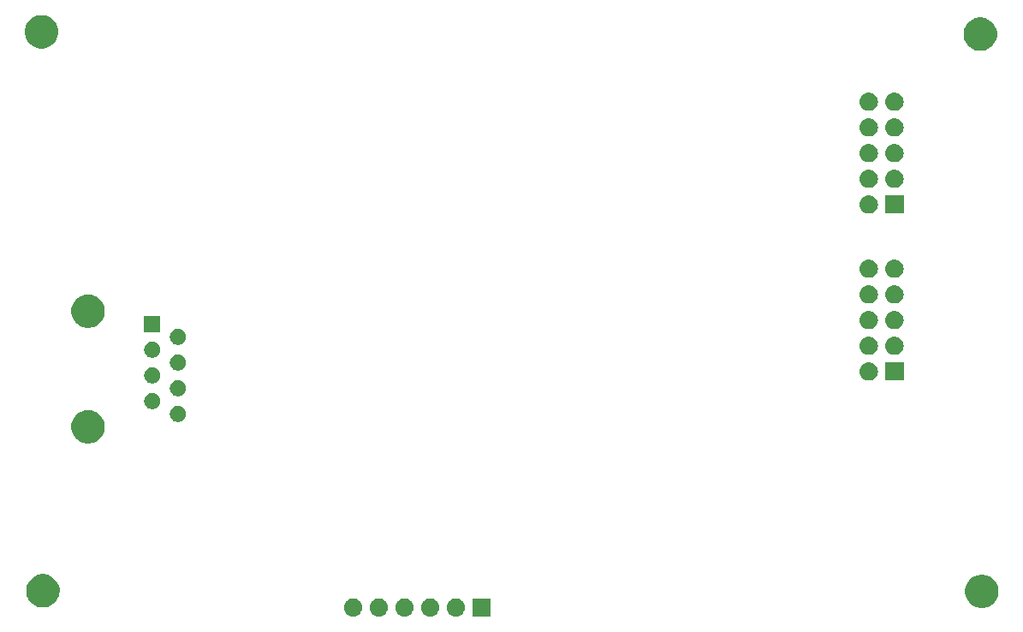
<source format=gbr>
G04 #@! TF.GenerationSoftware,KiCad,Pcbnew,5.0.2-bee76a0~70~ubuntu16.04.1*
G04 #@! TF.CreationDate,2020-03-15T16:03:58-07:00*
G04 #@! TF.ProjectId,pic18f_DB_Ethernet,70696331-3866-45f4-9442-5f4574686572,rev?*
G04 #@! TF.SameCoordinates,Original*
G04 #@! TF.FileFunction,Soldermask,Bot*
G04 #@! TF.FilePolarity,Negative*
%FSLAX46Y46*%
G04 Gerber Fmt 4.6, Leading zero omitted, Abs format (unit mm)*
G04 Created by KiCad (PCBNEW 5.0.2-bee76a0~70~ubuntu16.04.1) date Sun 15 Mar 2020 16:03:58 PDT*
%MOMM*%
%LPD*%
G01*
G04 APERTURE LIST*
%ADD10C,0.100000*%
G04 APERTURE END LIST*
D10*
G36*
X144534842Y-144444318D02*
X144601027Y-144450837D01*
X144714253Y-144485184D01*
X144770867Y-144502357D01*
X144909487Y-144576452D01*
X144927391Y-144586022D01*
X144963129Y-144615352D01*
X145064586Y-144698614D01*
X145119603Y-144765654D01*
X145177178Y-144835809D01*
X145177179Y-144835811D01*
X145260843Y-144992333D01*
X145277248Y-145046413D01*
X145312363Y-145162173D01*
X145329759Y-145338800D01*
X145312363Y-145515427D01*
X145278016Y-145628653D01*
X145260843Y-145685267D01*
X145186748Y-145823887D01*
X145177178Y-145841791D01*
X145147848Y-145877529D01*
X145064586Y-145978986D01*
X144963129Y-146062248D01*
X144927391Y-146091578D01*
X144927389Y-146091579D01*
X144770867Y-146175243D01*
X144714253Y-146192416D01*
X144601027Y-146226763D01*
X144534843Y-146233281D01*
X144468660Y-146239800D01*
X144380140Y-146239800D01*
X144313957Y-146233281D01*
X144247773Y-146226763D01*
X144134547Y-146192416D01*
X144077933Y-146175243D01*
X143921411Y-146091579D01*
X143921409Y-146091578D01*
X143885671Y-146062248D01*
X143784214Y-145978986D01*
X143700952Y-145877529D01*
X143671622Y-145841791D01*
X143662052Y-145823887D01*
X143587957Y-145685267D01*
X143570784Y-145628653D01*
X143536437Y-145515427D01*
X143519041Y-145338800D01*
X143536437Y-145162173D01*
X143571552Y-145046413D01*
X143587957Y-144992333D01*
X143671621Y-144835811D01*
X143671622Y-144835809D01*
X143729197Y-144765654D01*
X143784214Y-144698614D01*
X143885671Y-144615352D01*
X143921409Y-144586022D01*
X143939313Y-144576452D01*
X144077933Y-144502357D01*
X144134547Y-144485184D01*
X144247773Y-144450837D01*
X144313958Y-144444318D01*
X144380140Y-144437800D01*
X144468660Y-144437800D01*
X144534842Y-144444318D01*
X144534842Y-144444318D01*
G37*
G36*
X147865400Y-146239800D02*
X146063400Y-146239800D01*
X146063400Y-144437800D01*
X147865400Y-144437800D01*
X147865400Y-146239800D01*
X147865400Y-146239800D01*
G37*
G36*
X134374842Y-144444318D02*
X134441027Y-144450837D01*
X134554253Y-144485184D01*
X134610867Y-144502357D01*
X134749487Y-144576452D01*
X134767391Y-144586022D01*
X134803129Y-144615352D01*
X134904586Y-144698614D01*
X134959603Y-144765654D01*
X135017178Y-144835809D01*
X135017179Y-144835811D01*
X135100843Y-144992333D01*
X135117248Y-145046413D01*
X135152363Y-145162173D01*
X135169759Y-145338800D01*
X135152363Y-145515427D01*
X135118016Y-145628653D01*
X135100843Y-145685267D01*
X135026748Y-145823887D01*
X135017178Y-145841791D01*
X134987848Y-145877529D01*
X134904586Y-145978986D01*
X134803129Y-146062248D01*
X134767391Y-146091578D01*
X134767389Y-146091579D01*
X134610867Y-146175243D01*
X134554253Y-146192416D01*
X134441027Y-146226763D01*
X134374843Y-146233281D01*
X134308660Y-146239800D01*
X134220140Y-146239800D01*
X134153957Y-146233281D01*
X134087773Y-146226763D01*
X133974547Y-146192416D01*
X133917933Y-146175243D01*
X133761411Y-146091579D01*
X133761409Y-146091578D01*
X133725671Y-146062248D01*
X133624214Y-145978986D01*
X133540952Y-145877529D01*
X133511622Y-145841791D01*
X133502052Y-145823887D01*
X133427957Y-145685267D01*
X133410784Y-145628653D01*
X133376437Y-145515427D01*
X133359041Y-145338800D01*
X133376437Y-145162173D01*
X133411552Y-145046413D01*
X133427957Y-144992333D01*
X133511621Y-144835811D01*
X133511622Y-144835809D01*
X133569197Y-144765654D01*
X133624214Y-144698614D01*
X133725671Y-144615352D01*
X133761409Y-144586022D01*
X133779313Y-144576452D01*
X133917933Y-144502357D01*
X133974547Y-144485184D01*
X134087773Y-144450837D01*
X134153958Y-144444318D01*
X134220140Y-144437800D01*
X134308660Y-144437800D01*
X134374842Y-144444318D01*
X134374842Y-144444318D01*
G37*
G36*
X136914842Y-144444318D02*
X136981027Y-144450837D01*
X137094253Y-144485184D01*
X137150867Y-144502357D01*
X137289487Y-144576452D01*
X137307391Y-144586022D01*
X137343129Y-144615352D01*
X137444586Y-144698614D01*
X137499603Y-144765654D01*
X137557178Y-144835809D01*
X137557179Y-144835811D01*
X137640843Y-144992333D01*
X137657248Y-145046413D01*
X137692363Y-145162173D01*
X137709759Y-145338800D01*
X137692363Y-145515427D01*
X137658016Y-145628653D01*
X137640843Y-145685267D01*
X137566748Y-145823887D01*
X137557178Y-145841791D01*
X137527848Y-145877529D01*
X137444586Y-145978986D01*
X137343129Y-146062248D01*
X137307391Y-146091578D01*
X137307389Y-146091579D01*
X137150867Y-146175243D01*
X137094253Y-146192416D01*
X136981027Y-146226763D01*
X136914843Y-146233281D01*
X136848660Y-146239800D01*
X136760140Y-146239800D01*
X136693957Y-146233281D01*
X136627773Y-146226763D01*
X136514547Y-146192416D01*
X136457933Y-146175243D01*
X136301411Y-146091579D01*
X136301409Y-146091578D01*
X136265671Y-146062248D01*
X136164214Y-145978986D01*
X136080952Y-145877529D01*
X136051622Y-145841791D01*
X136042052Y-145823887D01*
X135967957Y-145685267D01*
X135950784Y-145628653D01*
X135916437Y-145515427D01*
X135899041Y-145338800D01*
X135916437Y-145162173D01*
X135951552Y-145046413D01*
X135967957Y-144992333D01*
X136051621Y-144835811D01*
X136051622Y-144835809D01*
X136109197Y-144765654D01*
X136164214Y-144698614D01*
X136265671Y-144615352D01*
X136301409Y-144586022D01*
X136319313Y-144576452D01*
X136457933Y-144502357D01*
X136514547Y-144485184D01*
X136627773Y-144450837D01*
X136693958Y-144444318D01*
X136760140Y-144437800D01*
X136848660Y-144437800D01*
X136914842Y-144444318D01*
X136914842Y-144444318D01*
G37*
G36*
X141994842Y-144444318D02*
X142061027Y-144450837D01*
X142174253Y-144485184D01*
X142230867Y-144502357D01*
X142369487Y-144576452D01*
X142387391Y-144586022D01*
X142423129Y-144615352D01*
X142524586Y-144698614D01*
X142579603Y-144765654D01*
X142637178Y-144835809D01*
X142637179Y-144835811D01*
X142720843Y-144992333D01*
X142737248Y-145046413D01*
X142772363Y-145162173D01*
X142789759Y-145338800D01*
X142772363Y-145515427D01*
X142738016Y-145628653D01*
X142720843Y-145685267D01*
X142646748Y-145823887D01*
X142637178Y-145841791D01*
X142607848Y-145877529D01*
X142524586Y-145978986D01*
X142423129Y-146062248D01*
X142387391Y-146091578D01*
X142387389Y-146091579D01*
X142230867Y-146175243D01*
X142174253Y-146192416D01*
X142061027Y-146226763D01*
X141994843Y-146233281D01*
X141928660Y-146239800D01*
X141840140Y-146239800D01*
X141773957Y-146233281D01*
X141707773Y-146226763D01*
X141594547Y-146192416D01*
X141537933Y-146175243D01*
X141381411Y-146091579D01*
X141381409Y-146091578D01*
X141345671Y-146062248D01*
X141244214Y-145978986D01*
X141160952Y-145877529D01*
X141131622Y-145841791D01*
X141122052Y-145823887D01*
X141047957Y-145685267D01*
X141030784Y-145628653D01*
X140996437Y-145515427D01*
X140979041Y-145338800D01*
X140996437Y-145162173D01*
X141031552Y-145046413D01*
X141047957Y-144992333D01*
X141131621Y-144835811D01*
X141131622Y-144835809D01*
X141189197Y-144765654D01*
X141244214Y-144698614D01*
X141345671Y-144615352D01*
X141381409Y-144586022D01*
X141399313Y-144576452D01*
X141537933Y-144502357D01*
X141594547Y-144485184D01*
X141707773Y-144450837D01*
X141773958Y-144444318D01*
X141840140Y-144437800D01*
X141928660Y-144437800D01*
X141994842Y-144444318D01*
X141994842Y-144444318D01*
G37*
G36*
X139454842Y-144444318D02*
X139521027Y-144450837D01*
X139634253Y-144485184D01*
X139690867Y-144502357D01*
X139829487Y-144576452D01*
X139847391Y-144586022D01*
X139883129Y-144615352D01*
X139984586Y-144698614D01*
X140039603Y-144765654D01*
X140097178Y-144835809D01*
X140097179Y-144835811D01*
X140180843Y-144992333D01*
X140197248Y-145046413D01*
X140232363Y-145162173D01*
X140249759Y-145338800D01*
X140232363Y-145515427D01*
X140198016Y-145628653D01*
X140180843Y-145685267D01*
X140106748Y-145823887D01*
X140097178Y-145841791D01*
X140067848Y-145877529D01*
X139984586Y-145978986D01*
X139883129Y-146062248D01*
X139847391Y-146091578D01*
X139847389Y-146091579D01*
X139690867Y-146175243D01*
X139634253Y-146192416D01*
X139521027Y-146226763D01*
X139454843Y-146233281D01*
X139388660Y-146239800D01*
X139300140Y-146239800D01*
X139233957Y-146233281D01*
X139167773Y-146226763D01*
X139054547Y-146192416D01*
X138997933Y-146175243D01*
X138841411Y-146091579D01*
X138841409Y-146091578D01*
X138805671Y-146062248D01*
X138704214Y-145978986D01*
X138620952Y-145877529D01*
X138591622Y-145841791D01*
X138582052Y-145823887D01*
X138507957Y-145685267D01*
X138490784Y-145628653D01*
X138456437Y-145515427D01*
X138439041Y-145338800D01*
X138456437Y-145162173D01*
X138491552Y-145046413D01*
X138507957Y-144992333D01*
X138591621Y-144835811D01*
X138591622Y-144835809D01*
X138649197Y-144765654D01*
X138704214Y-144698614D01*
X138805671Y-144615352D01*
X138841409Y-144586022D01*
X138859313Y-144576452D01*
X138997933Y-144502357D01*
X139054547Y-144485184D01*
X139167773Y-144450837D01*
X139233958Y-144444318D01*
X139300140Y-144437800D01*
X139388660Y-144437800D01*
X139454842Y-144444318D01*
X139454842Y-144444318D01*
G37*
G36*
X196818856Y-142155298D02*
X196925179Y-142176447D01*
X197225642Y-142300903D01*
X197492452Y-142479180D01*
X197496054Y-142481587D01*
X197726013Y-142711546D01*
X197726015Y-142711549D01*
X197872755Y-142931160D01*
X197906698Y-142981960D01*
X198031153Y-143282422D01*
X198094600Y-143601389D01*
X198094600Y-143926611D01*
X198031153Y-144245578D01*
X197906698Y-144546040D01*
X197726013Y-144816454D01*
X197496054Y-145046413D01*
X197496051Y-145046415D01*
X197225642Y-145227097D01*
X196925179Y-145351553D01*
X196861598Y-145364200D01*
X196606211Y-145415000D01*
X196280989Y-145415000D01*
X196025602Y-145364200D01*
X195962021Y-145351553D01*
X195661558Y-145227097D01*
X195391149Y-145046415D01*
X195391146Y-145046413D01*
X195161187Y-144816454D01*
X194980502Y-144546040D01*
X194856047Y-144245578D01*
X194792600Y-143926611D01*
X194792600Y-143601389D01*
X194856047Y-143282422D01*
X194980502Y-142981960D01*
X195014446Y-142931160D01*
X195161185Y-142711549D01*
X195161187Y-142711546D01*
X195391146Y-142481587D01*
X195394748Y-142479180D01*
X195661558Y-142300903D01*
X195962021Y-142176447D01*
X196068344Y-142155298D01*
X196280989Y-142113000D01*
X196606211Y-142113000D01*
X196818856Y-142155298D01*
X196818856Y-142155298D01*
G37*
G36*
X103956456Y-142104498D02*
X104062779Y-142125647D01*
X104363242Y-142250103D01*
X104439268Y-142300902D01*
X104633654Y-142430787D01*
X104863613Y-142660746D01*
X105044298Y-142931160D01*
X105168753Y-143231622D01*
X105232200Y-143550589D01*
X105232200Y-143875811D01*
X105222095Y-143926611D01*
X105168753Y-144194779D01*
X105044297Y-144495242D01*
X104908408Y-144698614D01*
X104863613Y-144765654D01*
X104633654Y-144995613D01*
X104633651Y-144995615D01*
X104363242Y-145176297D01*
X104062779Y-145300753D01*
X103956456Y-145321902D01*
X103743811Y-145364200D01*
X103418589Y-145364200D01*
X103205944Y-145321902D01*
X103099621Y-145300753D01*
X102799158Y-145176297D01*
X102528749Y-144995615D01*
X102528746Y-144995613D01*
X102298787Y-144765654D01*
X102253992Y-144698614D01*
X102118103Y-144495242D01*
X101993647Y-144194779D01*
X101940305Y-143926611D01*
X101930200Y-143875811D01*
X101930200Y-143550589D01*
X101993647Y-143231622D01*
X102118102Y-142931160D01*
X102298787Y-142660746D01*
X102528746Y-142430787D01*
X102723132Y-142300902D01*
X102799158Y-142250103D01*
X103099621Y-142125647D01*
X103205944Y-142104498D01*
X103418589Y-142062200D01*
X103743811Y-142062200D01*
X103956456Y-142104498D01*
X103956456Y-142104498D01*
G37*
G36*
X108426856Y-125873898D02*
X108533179Y-125895047D01*
X108833642Y-126019503D01*
X109004560Y-126133707D01*
X109104054Y-126200187D01*
X109334013Y-126430146D01*
X109334015Y-126430149D01*
X109442171Y-126592015D01*
X109514698Y-126700560D01*
X109639153Y-127001022D01*
X109702600Y-127319989D01*
X109702600Y-127645211D01*
X109639153Y-127964178D01*
X109514698Y-128264640D01*
X109334013Y-128535054D01*
X109104054Y-128765013D01*
X109104051Y-128765015D01*
X108833642Y-128945697D01*
X108533179Y-129070153D01*
X108426856Y-129091302D01*
X108214211Y-129133600D01*
X107888989Y-129133600D01*
X107676344Y-129091302D01*
X107570021Y-129070153D01*
X107269558Y-128945697D01*
X106999149Y-128765015D01*
X106999146Y-128765013D01*
X106769187Y-128535054D01*
X106588502Y-128264640D01*
X106464047Y-127964178D01*
X106400600Y-127645211D01*
X106400600Y-127319989D01*
X106464047Y-127001022D01*
X106588502Y-126700560D01*
X106661030Y-126592015D01*
X106769185Y-126430149D01*
X106769187Y-126430146D01*
X106999146Y-126200187D01*
X107098640Y-126133707D01*
X107269558Y-126019503D01*
X107570021Y-125895047D01*
X107676344Y-125873898D01*
X107888989Y-125831600D01*
X108214211Y-125831600D01*
X108426856Y-125873898D01*
X108426856Y-125873898D01*
G37*
G36*
X117175243Y-125442381D02*
X117321015Y-125502762D01*
X117452211Y-125590424D01*
X117563776Y-125701989D01*
X117651438Y-125833185D01*
X117711819Y-125978957D01*
X117742600Y-126133707D01*
X117742600Y-126291493D01*
X117711819Y-126446243D01*
X117651438Y-126592015D01*
X117563776Y-126723211D01*
X117452211Y-126834776D01*
X117321015Y-126922438D01*
X117175243Y-126982819D01*
X117020493Y-127013600D01*
X116862707Y-127013600D01*
X116707957Y-126982819D01*
X116562185Y-126922438D01*
X116430989Y-126834776D01*
X116319424Y-126723211D01*
X116231762Y-126592015D01*
X116171381Y-126446243D01*
X116140600Y-126291493D01*
X116140600Y-126133707D01*
X116171381Y-125978957D01*
X116231762Y-125833185D01*
X116319424Y-125701989D01*
X116430989Y-125590424D01*
X116562185Y-125502762D01*
X116707957Y-125442381D01*
X116862707Y-125411600D01*
X117020493Y-125411600D01*
X117175243Y-125442381D01*
X117175243Y-125442381D01*
G37*
G36*
X114635243Y-124172381D02*
X114781015Y-124232762D01*
X114912211Y-124320424D01*
X115023776Y-124431989D01*
X115111438Y-124563185D01*
X115171819Y-124708957D01*
X115202600Y-124863707D01*
X115202600Y-125021493D01*
X115171819Y-125176243D01*
X115111438Y-125322015D01*
X115023776Y-125453211D01*
X114912211Y-125564776D01*
X114781015Y-125652438D01*
X114635243Y-125712819D01*
X114480493Y-125743600D01*
X114322707Y-125743600D01*
X114167957Y-125712819D01*
X114022185Y-125652438D01*
X113890989Y-125564776D01*
X113779424Y-125453211D01*
X113691762Y-125322015D01*
X113631381Y-125176243D01*
X113600600Y-125021493D01*
X113600600Y-124863707D01*
X113631381Y-124708957D01*
X113691762Y-124563185D01*
X113779424Y-124431989D01*
X113890989Y-124320424D01*
X114022185Y-124232762D01*
X114167957Y-124172381D01*
X114322707Y-124141600D01*
X114480493Y-124141600D01*
X114635243Y-124172381D01*
X114635243Y-124172381D01*
G37*
G36*
X117175243Y-122902381D02*
X117321015Y-122962762D01*
X117452211Y-123050424D01*
X117563776Y-123161989D01*
X117651438Y-123293185D01*
X117711819Y-123438957D01*
X117742600Y-123593707D01*
X117742600Y-123751493D01*
X117711819Y-123906243D01*
X117651438Y-124052015D01*
X117563776Y-124183211D01*
X117452211Y-124294776D01*
X117321015Y-124382438D01*
X117175243Y-124442819D01*
X117020493Y-124473600D01*
X116862707Y-124473600D01*
X116707957Y-124442819D01*
X116562185Y-124382438D01*
X116430989Y-124294776D01*
X116319424Y-124183211D01*
X116231762Y-124052015D01*
X116171381Y-123906243D01*
X116140600Y-123751493D01*
X116140600Y-123593707D01*
X116171381Y-123438957D01*
X116231762Y-123293185D01*
X116319424Y-123161989D01*
X116430989Y-123050424D01*
X116562185Y-122962762D01*
X116707957Y-122902381D01*
X116862707Y-122871600D01*
X117020493Y-122871600D01*
X117175243Y-122902381D01*
X117175243Y-122902381D01*
G37*
G36*
X114635243Y-121632381D02*
X114781015Y-121692762D01*
X114912211Y-121780424D01*
X115023776Y-121891989D01*
X115111438Y-122023185D01*
X115171819Y-122168957D01*
X115202600Y-122323707D01*
X115202600Y-122481493D01*
X115171819Y-122636243D01*
X115111438Y-122782015D01*
X115023776Y-122913211D01*
X114912211Y-123024776D01*
X114781015Y-123112438D01*
X114635243Y-123172819D01*
X114480493Y-123203600D01*
X114322707Y-123203600D01*
X114167957Y-123172819D01*
X114022185Y-123112438D01*
X113890989Y-123024776D01*
X113779424Y-122913211D01*
X113691762Y-122782015D01*
X113631381Y-122636243D01*
X113600600Y-122481493D01*
X113600600Y-122323707D01*
X113631381Y-122168957D01*
X113691762Y-122023185D01*
X113779424Y-121891989D01*
X113890989Y-121780424D01*
X114022185Y-121692762D01*
X114167957Y-121632381D01*
X114322707Y-121601600D01*
X114480493Y-121601600D01*
X114635243Y-121632381D01*
X114635243Y-121632381D01*
G37*
G36*
X188708600Y-122922600D02*
X186906600Y-122922600D01*
X186906600Y-121120600D01*
X188708600Y-121120600D01*
X188708600Y-122922600D01*
X188708600Y-122922600D01*
G37*
G36*
X185378043Y-121127119D02*
X185444227Y-121133637D01*
X185557453Y-121167984D01*
X185614067Y-121185157D01*
X185663337Y-121211493D01*
X185770591Y-121268822D01*
X185806329Y-121298152D01*
X185907786Y-121381414D01*
X185991048Y-121482871D01*
X186020378Y-121518609D01*
X186020379Y-121518611D01*
X186104043Y-121675133D01*
X186109391Y-121692763D01*
X186155563Y-121844973D01*
X186172959Y-122021600D01*
X186155563Y-122198227D01*
X186121216Y-122311453D01*
X186104043Y-122368067D01*
X186043415Y-122481492D01*
X186020378Y-122524591D01*
X185991048Y-122560329D01*
X185907786Y-122661786D01*
X185806329Y-122745048D01*
X185770591Y-122774378D01*
X185770589Y-122774379D01*
X185614067Y-122858043D01*
X185557453Y-122875216D01*
X185444227Y-122909563D01*
X185378043Y-122916081D01*
X185311860Y-122922600D01*
X185223340Y-122922600D01*
X185157157Y-122916081D01*
X185090973Y-122909563D01*
X184977747Y-122875216D01*
X184921133Y-122858043D01*
X184764611Y-122774379D01*
X184764609Y-122774378D01*
X184728871Y-122745048D01*
X184627414Y-122661786D01*
X184544152Y-122560329D01*
X184514822Y-122524591D01*
X184491785Y-122481492D01*
X184431157Y-122368067D01*
X184413984Y-122311453D01*
X184379637Y-122198227D01*
X184362241Y-122021600D01*
X184379637Y-121844973D01*
X184425809Y-121692763D01*
X184431157Y-121675133D01*
X184514821Y-121518611D01*
X184514822Y-121518609D01*
X184544152Y-121482871D01*
X184627414Y-121381414D01*
X184728871Y-121298152D01*
X184764609Y-121268822D01*
X184871863Y-121211493D01*
X184921133Y-121185157D01*
X184977747Y-121167984D01*
X185090973Y-121133637D01*
X185157157Y-121127119D01*
X185223340Y-121120600D01*
X185311860Y-121120600D01*
X185378043Y-121127119D01*
X185378043Y-121127119D01*
G37*
G36*
X117175243Y-120362381D02*
X117321015Y-120422762D01*
X117452211Y-120510424D01*
X117563776Y-120621989D01*
X117651438Y-120753185D01*
X117711819Y-120898957D01*
X117742600Y-121053707D01*
X117742600Y-121211493D01*
X117711819Y-121366243D01*
X117651438Y-121512015D01*
X117563776Y-121643211D01*
X117452211Y-121754776D01*
X117321015Y-121842438D01*
X117175243Y-121902819D01*
X117020493Y-121933600D01*
X116862707Y-121933600D01*
X116707957Y-121902819D01*
X116562185Y-121842438D01*
X116430989Y-121754776D01*
X116319424Y-121643211D01*
X116231762Y-121512015D01*
X116171381Y-121366243D01*
X116140600Y-121211493D01*
X116140600Y-121053707D01*
X116171381Y-120898957D01*
X116231762Y-120753185D01*
X116319424Y-120621989D01*
X116430989Y-120510424D01*
X116562185Y-120422762D01*
X116707957Y-120362381D01*
X116862707Y-120331600D01*
X117020493Y-120331600D01*
X117175243Y-120362381D01*
X117175243Y-120362381D01*
G37*
G36*
X114635243Y-119092381D02*
X114781015Y-119152762D01*
X114912211Y-119240424D01*
X115023776Y-119351989D01*
X115111438Y-119483185D01*
X115171819Y-119628957D01*
X115202600Y-119783707D01*
X115202600Y-119941493D01*
X115171819Y-120096243D01*
X115111438Y-120242015D01*
X115023776Y-120373211D01*
X114912211Y-120484776D01*
X114781015Y-120572438D01*
X114635243Y-120632819D01*
X114480493Y-120663600D01*
X114322707Y-120663600D01*
X114167957Y-120632819D01*
X114022185Y-120572438D01*
X113890989Y-120484776D01*
X113779424Y-120373211D01*
X113691762Y-120242015D01*
X113631381Y-120096243D01*
X113600600Y-119941493D01*
X113600600Y-119783707D01*
X113631381Y-119628957D01*
X113691762Y-119483185D01*
X113779424Y-119351989D01*
X113890989Y-119240424D01*
X114022185Y-119152762D01*
X114167957Y-119092381D01*
X114322707Y-119061600D01*
X114480493Y-119061600D01*
X114635243Y-119092381D01*
X114635243Y-119092381D01*
G37*
G36*
X185378042Y-118587118D02*
X185444227Y-118593637D01*
X185557453Y-118627984D01*
X185614067Y-118645157D01*
X185663337Y-118671493D01*
X185770591Y-118728822D01*
X185806329Y-118758152D01*
X185907786Y-118841414D01*
X185991048Y-118942871D01*
X186020378Y-118978609D01*
X186020379Y-118978611D01*
X186104043Y-119135133D01*
X186109391Y-119152763D01*
X186155563Y-119304973D01*
X186172959Y-119481600D01*
X186155563Y-119658227D01*
X186121216Y-119771453D01*
X186104043Y-119828067D01*
X186043415Y-119941492D01*
X186020378Y-119984591D01*
X185991048Y-120020329D01*
X185907786Y-120121786D01*
X185806329Y-120205048D01*
X185770591Y-120234378D01*
X185770589Y-120234379D01*
X185614067Y-120318043D01*
X185557453Y-120335216D01*
X185444227Y-120369563D01*
X185378043Y-120376081D01*
X185311860Y-120382600D01*
X185223340Y-120382600D01*
X185157157Y-120376081D01*
X185090973Y-120369563D01*
X184977747Y-120335216D01*
X184921133Y-120318043D01*
X184764611Y-120234379D01*
X184764609Y-120234378D01*
X184728871Y-120205048D01*
X184627414Y-120121786D01*
X184544152Y-120020329D01*
X184514822Y-119984591D01*
X184491785Y-119941492D01*
X184431157Y-119828067D01*
X184413984Y-119771453D01*
X184379637Y-119658227D01*
X184362241Y-119481600D01*
X184379637Y-119304973D01*
X184425809Y-119152763D01*
X184431157Y-119135133D01*
X184514821Y-118978611D01*
X184514822Y-118978609D01*
X184544152Y-118942871D01*
X184627414Y-118841414D01*
X184728871Y-118758152D01*
X184764609Y-118728822D01*
X184871863Y-118671493D01*
X184921133Y-118645157D01*
X184977747Y-118627984D01*
X185090973Y-118593637D01*
X185157158Y-118587118D01*
X185223340Y-118580600D01*
X185311860Y-118580600D01*
X185378042Y-118587118D01*
X185378042Y-118587118D01*
G37*
G36*
X187918042Y-118587118D02*
X187984227Y-118593637D01*
X188097453Y-118627984D01*
X188154067Y-118645157D01*
X188203337Y-118671493D01*
X188310591Y-118728822D01*
X188346329Y-118758152D01*
X188447786Y-118841414D01*
X188531048Y-118942871D01*
X188560378Y-118978609D01*
X188560379Y-118978611D01*
X188644043Y-119135133D01*
X188649391Y-119152763D01*
X188695563Y-119304973D01*
X188712959Y-119481600D01*
X188695563Y-119658227D01*
X188661216Y-119771453D01*
X188644043Y-119828067D01*
X188583415Y-119941492D01*
X188560378Y-119984591D01*
X188531048Y-120020329D01*
X188447786Y-120121786D01*
X188346329Y-120205048D01*
X188310591Y-120234378D01*
X188310589Y-120234379D01*
X188154067Y-120318043D01*
X188097453Y-120335216D01*
X187984227Y-120369563D01*
X187918043Y-120376081D01*
X187851860Y-120382600D01*
X187763340Y-120382600D01*
X187697157Y-120376081D01*
X187630973Y-120369563D01*
X187517747Y-120335216D01*
X187461133Y-120318043D01*
X187304611Y-120234379D01*
X187304609Y-120234378D01*
X187268871Y-120205048D01*
X187167414Y-120121786D01*
X187084152Y-120020329D01*
X187054822Y-119984591D01*
X187031785Y-119941492D01*
X186971157Y-119828067D01*
X186953984Y-119771453D01*
X186919637Y-119658227D01*
X186902241Y-119481600D01*
X186919637Y-119304973D01*
X186965809Y-119152763D01*
X186971157Y-119135133D01*
X187054821Y-118978611D01*
X187054822Y-118978609D01*
X187084152Y-118942871D01*
X187167414Y-118841414D01*
X187268871Y-118758152D01*
X187304609Y-118728822D01*
X187411863Y-118671493D01*
X187461133Y-118645157D01*
X187517747Y-118627984D01*
X187630973Y-118593637D01*
X187697158Y-118587118D01*
X187763340Y-118580600D01*
X187851860Y-118580600D01*
X187918042Y-118587118D01*
X187918042Y-118587118D01*
G37*
G36*
X117175243Y-117822381D02*
X117321015Y-117882762D01*
X117452211Y-117970424D01*
X117563776Y-118081989D01*
X117651438Y-118213185D01*
X117711819Y-118358957D01*
X117742600Y-118513707D01*
X117742600Y-118671493D01*
X117711819Y-118826243D01*
X117651438Y-118972015D01*
X117563776Y-119103211D01*
X117452211Y-119214776D01*
X117321015Y-119302438D01*
X117175243Y-119362819D01*
X117020493Y-119393600D01*
X116862707Y-119393600D01*
X116707957Y-119362819D01*
X116562185Y-119302438D01*
X116430989Y-119214776D01*
X116319424Y-119103211D01*
X116231762Y-118972015D01*
X116171381Y-118826243D01*
X116140600Y-118671493D01*
X116140600Y-118513707D01*
X116171381Y-118358957D01*
X116231762Y-118213185D01*
X116319424Y-118081989D01*
X116430989Y-117970424D01*
X116562185Y-117882762D01*
X116707957Y-117822381D01*
X116862707Y-117791600D01*
X117020493Y-117791600D01*
X117175243Y-117822381D01*
X117175243Y-117822381D01*
G37*
G36*
X115202600Y-118123600D02*
X113600600Y-118123600D01*
X113600600Y-116521600D01*
X115202600Y-116521600D01*
X115202600Y-118123600D01*
X115202600Y-118123600D01*
G37*
G36*
X187918042Y-116047118D02*
X187984227Y-116053637D01*
X188097453Y-116087984D01*
X188154067Y-116105157D01*
X188292687Y-116179252D01*
X188310591Y-116188822D01*
X188342743Y-116215209D01*
X188447786Y-116301414D01*
X188531048Y-116402871D01*
X188560378Y-116438609D01*
X188560379Y-116438611D01*
X188644043Y-116595133D01*
X188644043Y-116595134D01*
X188695563Y-116764973D01*
X188712959Y-116941600D01*
X188695563Y-117118227D01*
X188661216Y-117231453D01*
X188644043Y-117288067D01*
X188618949Y-117335013D01*
X188560378Y-117444591D01*
X188531048Y-117480329D01*
X188447786Y-117581786D01*
X188346329Y-117665048D01*
X188310591Y-117694378D01*
X188310589Y-117694379D01*
X188154067Y-117778043D01*
X188097453Y-117795216D01*
X187984227Y-117829563D01*
X187918042Y-117836082D01*
X187851860Y-117842600D01*
X187763340Y-117842600D01*
X187697158Y-117836082D01*
X187630973Y-117829563D01*
X187517747Y-117795216D01*
X187461133Y-117778043D01*
X187304611Y-117694379D01*
X187304609Y-117694378D01*
X187268871Y-117665048D01*
X187167414Y-117581786D01*
X187084152Y-117480329D01*
X187054822Y-117444591D01*
X186996251Y-117335013D01*
X186971157Y-117288067D01*
X186953984Y-117231453D01*
X186919637Y-117118227D01*
X186902241Y-116941600D01*
X186919637Y-116764973D01*
X186971157Y-116595134D01*
X186971157Y-116595133D01*
X187054821Y-116438611D01*
X187054822Y-116438609D01*
X187084152Y-116402871D01*
X187167414Y-116301414D01*
X187272457Y-116215209D01*
X187304609Y-116188822D01*
X187322513Y-116179252D01*
X187461133Y-116105157D01*
X187517747Y-116087984D01*
X187630973Y-116053637D01*
X187697158Y-116047118D01*
X187763340Y-116040600D01*
X187851860Y-116040600D01*
X187918042Y-116047118D01*
X187918042Y-116047118D01*
G37*
G36*
X185378042Y-116047118D02*
X185444227Y-116053637D01*
X185557453Y-116087984D01*
X185614067Y-116105157D01*
X185752687Y-116179252D01*
X185770591Y-116188822D01*
X185802743Y-116215209D01*
X185907786Y-116301414D01*
X185991048Y-116402871D01*
X186020378Y-116438609D01*
X186020379Y-116438611D01*
X186104043Y-116595133D01*
X186104043Y-116595134D01*
X186155563Y-116764973D01*
X186172959Y-116941600D01*
X186155563Y-117118227D01*
X186121216Y-117231453D01*
X186104043Y-117288067D01*
X186078949Y-117335013D01*
X186020378Y-117444591D01*
X185991048Y-117480329D01*
X185907786Y-117581786D01*
X185806329Y-117665048D01*
X185770591Y-117694378D01*
X185770589Y-117694379D01*
X185614067Y-117778043D01*
X185557453Y-117795216D01*
X185444227Y-117829563D01*
X185378042Y-117836082D01*
X185311860Y-117842600D01*
X185223340Y-117842600D01*
X185157158Y-117836082D01*
X185090973Y-117829563D01*
X184977747Y-117795216D01*
X184921133Y-117778043D01*
X184764611Y-117694379D01*
X184764609Y-117694378D01*
X184728871Y-117665048D01*
X184627414Y-117581786D01*
X184544152Y-117480329D01*
X184514822Y-117444591D01*
X184456251Y-117335013D01*
X184431157Y-117288067D01*
X184413984Y-117231453D01*
X184379637Y-117118227D01*
X184362241Y-116941600D01*
X184379637Y-116764973D01*
X184431157Y-116595134D01*
X184431157Y-116595133D01*
X184514821Y-116438611D01*
X184514822Y-116438609D01*
X184544152Y-116402871D01*
X184627414Y-116301414D01*
X184732457Y-116215209D01*
X184764609Y-116188822D01*
X184782513Y-116179252D01*
X184921133Y-116105157D01*
X184977747Y-116087984D01*
X185090973Y-116053637D01*
X185157158Y-116047118D01*
X185223340Y-116040600D01*
X185311860Y-116040600D01*
X185378042Y-116047118D01*
X185378042Y-116047118D01*
G37*
G36*
X108426856Y-114443898D02*
X108533179Y-114465047D01*
X108745637Y-114553050D01*
X108806420Y-114578227D01*
X108833642Y-114589503D01*
X109070948Y-114748066D01*
X109104054Y-114770187D01*
X109334013Y-115000146D01*
X109334015Y-115000149D01*
X109514697Y-115270558D01*
X109639153Y-115571021D01*
X109702600Y-115889991D01*
X109702600Y-116215209D01*
X109639153Y-116534179D01*
X109551150Y-116746637D01*
X109514698Y-116834640D01*
X109334013Y-117105054D01*
X109104054Y-117335013D01*
X109104051Y-117335015D01*
X108833642Y-117515697D01*
X108533179Y-117640153D01*
X108426856Y-117661302D01*
X108214211Y-117703600D01*
X107888989Y-117703600D01*
X107676344Y-117661302D01*
X107570021Y-117640153D01*
X107269558Y-117515697D01*
X106999149Y-117335015D01*
X106999146Y-117335013D01*
X106769187Y-117105054D01*
X106588502Y-116834640D01*
X106552050Y-116746637D01*
X106464047Y-116534179D01*
X106400600Y-116215209D01*
X106400600Y-115889991D01*
X106464047Y-115571021D01*
X106588503Y-115270558D01*
X106769185Y-115000149D01*
X106769187Y-115000146D01*
X106999146Y-114770187D01*
X107032252Y-114748066D01*
X107269558Y-114589503D01*
X107296781Y-114578227D01*
X107357563Y-114553050D01*
X107570021Y-114465047D01*
X107676344Y-114443898D01*
X107888989Y-114401600D01*
X108214211Y-114401600D01*
X108426856Y-114443898D01*
X108426856Y-114443898D01*
G37*
G36*
X187918043Y-113507119D02*
X187984227Y-113513637D01*
X188097453Y-113547984D01*
X188154067Y-113565157D01*
X188292687Y-113639252D01*
X188310591Y-113648822D01*
X188346329Y-113678152D01*
X188447786Y-113761414D01*
X188531048Y-113862871D01*
X188560378Y-113898609D01*
X188560379Y-113898611D01*
X188644043Y-114055133D01*
X188644043Y-114055134D01*
X188695563Y-114224973D01*
X188712959Y-114401600D01*
X188695563Y-114578227D01*
X188692142Y-114589503D01*
X188644043Y-114748067D01*
X188632219Y-114770187D01*
X188560378Y-114904591D01*
X188531048Y-114940329D01*
X188447786Y-115041786D01*
X188346329Y-115125048D01*
X188310591Y-115154378D01*
X188310589Y-115154379D01*
X188154067Y-115238043D01*
X188097453Y-115255216D01*
X187984227Y-115289563D01*
X187918043Y-115296081D01*
X187851860Y-115302600D01*
X187763340Y-115302600D01*
X187697157Y-115296081D01*
X187630973Y-115289563D01*
X187517747Y-115255216D01*
X187461133Y-115238043D01*
X187304611Y-115154379D01*
X187304609Y-115154378D01*
X187268871Y-115125048D01*
X187167414Y-115041786D01*
X187084152Y-114940329D01*
X187054822Y-114904591D01*
X186982981Y-114770187D01*
X186971157Y-114748067D01*
X186923058Y-114589503D01*
X186919637Y-114578227D01*
X186902241Y-114401600D01*
X186919637Y-114224973D01*
X186971157Y-114055134D01*
X186971157Y-114055133D01*
X187054821Y-113898611D01*
X187054822Y-113898609D01*
X187084152Y-113862871D01*
X187167414Y-113761414D01*
X187268871Y-113678152D01*
X187304609Y-113648822D01*
X187322513Y-113639252D01*
X187461133Y-113565157D01*
X187517747Y-113547984D01*
X187630973Y-113513637D01*
X187697157Y-113507119D01*
X187763340Y-113500600D01*
X187851860Y-113500600D01*
X187918043Y-113507119D01*
X187918043Y-113507119D01*
G37*
G36*
X185378043Y-113507119D02*
X185444227Y-113513637D01*
X185557453Y-113547984D01*
X185614067Y-113565157D01*
X185752687Y-113639252D01*
X185770591Y-113648822D01*
X185806329Y-113678152D01*
X185907786Y-113761414D01*
X185991048Y-113862871D01*
X186020378Y-113898609D01*
X186020379Y-113898611D01*
X186104043Y-114055133D01*
X186104043Y-114055134D01*
X186155563Y-114224973D01*
X186172959Y-114401600D01*
X186155563Y-114578227D01*
X186152142Y-114589503D01*
X186104043Y-114748067D01*
X186092219Y-114770187D01*
X186020378Y-114904591D01*
X185991048Y-114940329D01*
X185907786Y-115041786D01*
X185806329Y-115125048D01*
X185770591Y-115154378D01*
X185770589Y-115154379D01*
X185614067Y-115238043D01*
X185557453Y-115255216D01*
X185444227Y-115289563D01*
X185378043Y-115296081D01*
X185311860Y-115302600D01*
X185223340Y-115302600D01*
X185157157Y-115296081D01*
X185090973Y-115289563D01*
X184977747Y-115255216D01*
X184921133Y-115238043D01*
X184764611Y-115154379D01*
X184764609Y-115154378D01*
X184728871Y-115125048D01*
X184627414Y-115041786D01*
X184544152Y-114940329D01*
X184514822Y-114904591D01*
X184442981Y-114770187D01*
X184431157Y-114748067D01*
X184383058Y-114589503D01*
X184379637Y-114578227D01*
X184362241Y-114401600D01*
X184379637Y-114224973D01*
X184431157Y-114055134D01*
X184431157Y-114055133D01*
X184514821Y-113898611D01*
X184514822Y-113898609D01*
X184544152Y-113862871D01*
X184627414Y-113761414D01*
X184728871Y-113678152D01*
X184764609Y-113648822D01*
X184782513Y-113639252D01*
X184921133Y-113565157D01*
X184977747Y-113547984D01*
X185090973Y-113513637D01*
X185157157Y-113507119D01*
X185223340Y-113500600D01*
X185311860Y-113500600D01*
X185378043Y-113507119D01*
X185378043Y-113507119D01*
G37*
G36*
X187918042Y-110967118D02*
X187984227Y-110973637D01*
X188097453Y-111007984D01*
X188154067Y-111025157D01*
X188292687Y-111099252D01*
X188310591Y-111108822D01*
X188346329Y-111138152D01*
X188447786Y-111221414D01*
X188531048Y-111322871D01*
X188560378Y-111358609D01*
X188560379Y-111358611D01*
X188644043Y-111515133D01*
X188644043Y-111515134D01*
X188695563Y-111684973D01*
X188712959Y-111861600D01*
X188695563Y-112038227D01*
X188661216Y-112151453D01*
X188644043Y-112208067D01*
X188569948Y-112346687D01*
X188560378Y-112364591D01*
X188531048Y-112400329D01*
X188447786Y-112501786D01*
X188346329Y-112585048D01*
X188310591Y-112614378D01*
X188310589Y-112614379D01*
X188154067Y-112698043D01*
X188097453Y-112715216D01*
X187984227Y-112749563D01*
X187918042Y-112756082D01*
X187851860Y-112762600D01*
X187763340Y-112762600D01*
X187697158Y-112756082D01*
X187630973Y-112749563D01*
X187517747Y-112715216D01*
X187461133Y-112698043D01*
X187304611Y-112614379D01*
X187304609Y-112614378D01*
X187268871Y-112585048D01*
X187167414Y-112501786D01*
X187084152Y-112400329D01*
X187054822Y-112364591D01*
X187045252Y-112346687D01*
X186971157Y-112208067D01*
X186953984Y-112151453D01*
X186919637Y-112038227D01*
X186902241Y-111861600D01*
X186919637Y-111684973D01*
X186971157Y-111515134D01*
X186971157Y-111515133D01*
X187054821Y-111358611D01*
X187054822Y-111358609D01*
X187084152Y-111322871D01*
X187167414Y-111221414D01*
X187268871Y-111138152D01*
X187304609Y-111108822D01*
X187322513Y-111099252D01*
X187461133Y-111025157D01*
X187517747Y-111007984D01*
X187630973Y-110973637D01*
X187697158Y-110967118D01*
X187763340Y-110960600D01*
X187851860Y-110960600D01*
X187918042Y-110967118D01*
X187918042Y-110967118D01*
G37*
G36*
X185378042Y-110967118D02*
X185444227Y-110973637D01*
X185557453Y-111007984D01*
X185614067Y-111025157D01*
X185752687Y-111099252D01*
X185770591Y-111108822D01*
X185806329Y-111138152D01*
X185907786Y-111221414D01*
X185991048Y-111322871D01*
X186020378Y-111358609D01*
X186020379Y-111358611D01*
X186104043Y-111515133D01*
X186104043Y-111515134D01*
X186155563Y-111684973D01*
X186172959Y-111861600D01*
X186155563Y-112038227D01*
X186121216Y-112151453D01*
X186104043Y-112208067D01*
X186029948Y-112346687D01*
X186020378Y-112364591D01*
X185991048Y-112400329D01*
X185907786Y-112501786D01*
X185806329Y-112585048D01*
X185770591Y-112614378D01*
X185770589Y-112614379D01*
X185614067Y-112698043D01*
X185557453Y-112715216D01*
X185444227Y-112749563D01*
X185378042Y-112756082D01*
X185311860Y-112762600D01*
X185223340Y-112762600D01*
X185157158Y-112756082D01*
X185090973Y-112749563D01*
X184977747Y-112715216D01*
X184921133Y-112698043D01*
X184764611Y-112614379D01*
X184764609Y-112614378D01*
X184728871Y-112585048D01*
X184627414Y-112501786D01*
X184544152Y-112400329D01*
X184514822Y-112364591D01*
X184505252Y-112346687D01*
X184431157Y-112208067D01*
X184413984Y-112151453D01*
X184379637Y-112038227D01*
X184362241Y-111861600D01*
X184379637Y-111684973D01*
X184431157Y-111515134D01*
X184431157Y-111515133D01*
X184514821Y-111358611D01*
X184514822Y-111358609D01*
X184544152Y-111322871D01*
X184627414Y-111221414D01*
X184728871Y-111138152D01*
X184764609Y-111108822D01*
X184782513Y-111099252D01*
X184921133Y-111025157D01*
X184977747Y-111007984D01*
X185090973Y-110973637D01*
X185157158Y-110967118D01*
X185223340Y-110960600D01*
X185311860Y-110960600D01*
X185378042Y-110967118D01*
X185378042Y-110967118D01*
G37*
G36*
X188708600Y-106412600D02*
X186906600Y-106412600D01*
X186906600Y-104610600D01*
X188708600Y-104610600D01*
X188708600Y-106412600D01*
X188708600Y-106412600D01*
G37*
G36*
X185378043Y-104617119D02*
X185444227Y-104623637D01*
X185557453Y-104657984D01*
X185614067Y-104675157D01*
X185752687Y-104749252D01*
X185770591Y-104758822D01*
X185806329Y-104788152D01*
X185907786Y-104871414D01*
X185991048Y-104972871D01*
X186020378Y-105008609D01*
X186020379Y-105008611D01*
X186104043Y-105165133D01*
X186104043Y-105165134D01*
X186155563Y-105334973D01*
X186172959Y-105511600D01*
X186155563Y-105688227D01*
X186121216Y-105801453D01*
X186104043Y-105858067D01*
X186029948Y-105996687D01*
X186020378Y-106014591D01*
X185991048Y-106050329D01*
X185907786Y-106151786D01*
X185806329Y-106235048D01*
X185770591Y-106264378D01*
X185770589Y-106264379D01*
X185614067Y-106348043D01*
X185557453Y-106365216D01*
X185444227Y-106399563D01*
X185378042Y-106406082D01*
X185311860Y-106412600D01*
X185223340Y-106412600D01*
X185157158Y-106406082D01*
X185090973Y-106399563D01*
X184977747Y-106365216D01*
X184921133Y-106348043D01*
X184764611Y-106264379D01*
X184764609Y-106264378D01*
X184728871Y-106235048D01*
X184627414Y-106151786D01*
X184544152Y-106050329D01*
X184514822Y-106014591D01*
X184505252Y-105996687D01*
X184431157Y-105858067D01*
X184413984Y-105801453D01*
X184379637Y-105688227D01*
X184362241Y-105511600D01*
X184379637Y-105334973D01*
X184431157Y-105165134D01*
X184431157Y-105165133D01*
X184514821Y-105008611D01*
X184514822Y-105008609D01*
X184544152Y-104972871D01*
X184627414Y-104871414D01*
X184728871Y-104788152D01*
X184764609Y-104758822D01*
X184782513Y-104749252D01*
X184921133Y-104675157D01*
X184977747Y-104657984D01*
X185090973Y-104623637D01*
X185157157Y-104617119D01*
X185223340Y-104610600D01*
X185311860Y-104610600D01*
X185378043Y-104617119D01*
X185378043Y-104617119D01*
G37*
G36*
X187918042Y-102077118D02*
X187984227Y-102083637D01*
X188097453Y-102117984D01*
X188154067Y-102135157D01*
X188292687Y-102209252D01*
X188310591Y-102218822D01*
X188346329Y-102248152D01*
X188447786Y-102331414D01*
X188531048Y-102432871D01*
X188560378Y-102468609D01*
X188560379Y-102468611D01*
X188644043Y-102625133D01*
X188644043Y-102625134D01*
X188695563Y-102794973D01*
X188712959Y-102971600D01*
X188695563Y-103148227D01*
X188661216Y-103261453D01*
X188644043Y-103318067D01*
X188569948Y-103456687D01*
X188560378Y-103474591D01*
X188531048Y-103510329D01*
X188447786Y-103611786D01*
X188346329Y-103695048D01*
X188310591Y-103724378D01*
X188310589Y-103724379D01*
X188154067Y-103808043D01*
X188097453Y-103825216D01*
X187984227Y-103859563D01*
X187918042Y-103866082D01*
X187851860Y-103872600D01*
X187763340Y-103872600D01*
X187697158Y-103866082D01*
X187630973Y-103859563D01*
X187517747Y-103825216D01*
X187461133Y-103808043D01*
X187304611Y-103724379D01*
X187304609Y-103724378D01*
X187268871Y-103695048D01*
X187167414Y-103611786D01*
X187084152Y-103510329D01*
X187054822Y-103474591D01*
X187045252Y-103456687D01*
X186971157Y-103318067D01*
X186953984Y-103261453D01*
X186919637Y-103148227D01*
X186902241Y-102971600D01*
X186919637Y-102794973D01*
X186971157Y-102625134D01*
X186971157Y-102625133D01*
X187054821Y-102468611D01*
X187054822Y-102468609D01*
X187084152Y-102432871D01*
X187167414Y-102331414D01*
X187268871Y-102248152D01*
X187304609Y-102218822D01*
X187322513Y-102209252D01*
X187461133Y-102135157D01*
X187517747Y-102117984D01*
X187630973Y-102083637D01*
X187697157Y-102077119D01*
X187763340Y-102070600D01*
X187851860Y-102070600D01*
X187918042Y-102077118D01*
X187918042Y-102077118D01*
G37*
G36*
X185378042Y-102077118D02*
X185444227Y-102083637D01*
X185557453Y-102117984D01*
X185614067Y-102135157D01*
X185752687Y-102209252D01*
X185770591Y-102218822D01*
X185806329Y-102248152D01*
X185907786Y-102331414D01*
X185991048Y-102432871D01*
X186020378Y-102468609D01*
X186020379Y-102468611D01*
X186104043Y-102625133D01*
X186104043Y-102625134D01*
X186155563Y-102794973D01*
X186172959Y-102971600D01*
X186155563Y-103148227D01*
X186121216Y-103261453D01*
X186104043Y-103318067D01*
X186029948Y-103456687D01*
X186020378Y-103474591D01*
X185991048Y-103510329D01*
X185907786Y-103611786D01*
X185806329Y-103695048D01*
X185770591Y-103724378D01*
X185770589Y-103724379D01*
X185614067Y-103808043D01*
X185557453Y-103825216D01*
X185444227Y-103859563D01*
X185378042Y-103866082D01*
X185311860Y-103872600D01*
X185223340Y-103872600D01*
X185157158Y-103866082D01*
X185090973Y-103859563D01*
X184977747Y-103825216D01*
X184921133Y-103808043D01*
X184764611Y-103724379D01*
X184764609Y-103724378D01*
X184728871Y-103695048D01*
X184627414Y-103611786D01*
X184544152Y-103510329D01*
X184514822Y-103474591D01*
X184505252Y-103456687D01*
X184431157Y-103318067D01*
X184413984Y-103261453D01*
X184379637Y-103148227D01*
X184362241Y-102971600D01*
X184379637Y-102794973D01*
X184431157Y-102625134D01*
X184431157Y-102625133D01*
X184514821Y-102468611D01*
X184514822Y-102468609D01*
X184544152Y-102432871D01*
X184627414Y-102331414D01*
X184728871Y-102248152D01*
X184764609Y-102218822D01*
X184782513Y-102209252D01*
X184921133Y-102135157D01*
X184977747Y-102117984D01*
X185090973Y-102083637D01*
X185157157Y-102077119D01*
X185223340Y-102070600D01*
X185311860Y-102070600D01*
X185378042Y-102077118D01*
X185378042Y-102077118D01*
G37*
G36*
X187918043Y-99537119D02*
X187984227Y-99543637D01*
X188097453Y-99577984D01*
X188154067Y-99595157D01*
X188292687Y-99669252D01*
X188310591Y-99678822D01*
X188346329Y-99708152D01*
X188447786Y-99791414D01*
X188531048Y-99892871D01*
X188560378Y-99928609D01*
X188560379Y-99928611D01*
X188644043Y-100085133D01*
X188644043Y-100085134D01*
X188695563Y-100254973D01*
X188712959Y-100431600D01*
X188695563Y-100608227D01*
X188661216Y-100721453D01*
X188644043Y-100778067D01*
X188569948Y-100916687D01*
X188560378Y-100934591D01*
X188531048Y-100970329D01*
X188447786Y-101071786D01*
X188346329Y-101155048D01*
X188310591Y-101184378D01*
X188310589Y-101184379D01*
X188154067Y-101268043D01*
X188097453Y-101285216D01*
X187984227Y-101319563D01*
X187918042Y-101326082D01*
X187851860Y-101332600D01*
X187763340Y-101332600D01*
X187697157Y-101326081D01*
X187630973Y-101319563D01*
X187517747Y-101285216D01*
X187461133Y-101268043D01*
X187304611Y-101184379D01*
X187304609Y-101184378D01*
X187268871Y-101155048D01*
X187167414Y-101071786D01*
X187084152Y-100970329D01*
X187054822Y-100934591D01*
X187045252Y-100916687D01*
X186971157Y-100778067D01*
X186953984Y-100721453D01*
X186919637Y-100608227D01*
X186902241Y-100431600D01*
X186919637Y-100254973D01*
X186971157Y-100085134D01*
X186971157Y-100085133D01*
X187054821Y-99928611D01*
X187054822Y-99928609D01*
X187084152Y-99892871D01*
X187167414Y-99791414D01*
X187268871Y-99708152D01*
X187304609Y-99678822D01*
X187322513Y-99669252D01*
X187461133Y-99595157D01*
X187517747Y-99577984D01*
X187630973Y-99543637D01*
X187697157Y-99537119D01*
X187763340Y-99530600D01*
X187851860Y-99530600D01*
X187918043Y-99537119D01*
X187918043Y-99537119D01*
G37*
G36*
X185378043Y-99537119D02*
X185444227Y-99543637D01*
X185557453Y-99577984D01*
X185614067Y-99595157D01*
X185752687Y-99669252D01*
X185770591Y-99678822D01*
X185806329Y-99708152D01*
X185907786Y-99791414D01*
X185991048Y-99892871D01*
X186020378Y-99928609D01*
X186020379Y-99928611D01*
X186104043Y-100085133D01*
X186104043Y-100085134D01*
X186155563Y-100254973D01*
X186172959Y-100431600D01*
X186155563Y-100608227D01*
X186121216Y-100721453D01*
X186104043Y-100778067D01*
X186029948Y-100916687D01*
X186020378Y-100934591D01*
X185991048Y-100970329D01*
X185907786Y-101071786D01*
X185806329Y-101155048D01*
X185770591Y-101184378D01*
X185770589Y-101184379D01*
X185614067Y-101268043D01*
X185557453Y-101285216D01*
X185444227Y-101319563D01*
X185378042Y-101326082D01*
X185311860Y-101332600D01*
X185223340Y-101332600D01*
X185157157Y-101326081D01*
X185090973Y-101319563D01*
X184977747Y-101285216D01*
X184921133Y-101268043D01*
X184764611Y-101184379D01*
X184764609Y-101184378D01*
X184728871Y-101155048D01*
X184627414Y-101071786D01*
X184544152Y-100970329D01*
X184514822Y-100934591D01*
X184505252Y-100916687D01*
X184431157Y-100778067D01*
X184413984Y-100721453D01*
X184379637Y-100608227D01*
X184362241Y-100431600D01*
X184379637Y-100254973D01*
X184431157Y-100085134D01*
X184431157Y-100085133D01*
X184514821Y-99928611D01*
X184514822Y-99928609D01*
X184544152Y-99892871D01*
X184627414Y-99791414D01*
X184728871Y-99708152D01*
X184764609Y-99678822D01*
X184782513Y-99669252D01*
X184921133Y-99595157D01*
X184977747Y-99577984D01*
X185090973Y-99543637D01*
X185157157Y-99537119D01*
X185223340Y-99530600D01*
X185311860Y-99530600D01*
X185378043Y-99537119D01*
X185378043Y-99537119D01*
G37*
G36*
X187918042Y-96997118D02*
X187984227Y-97003637D01*
X188097453Y-97037984D01*
X188154067Y-97055157D01*
X188292687Y-97129252D01*
X188310591Y-97138822D01*
X188346329Y-97168152D01*
X188447786Y-97251414D01*
X188531048Y-97352871D01*
X188560378Y-97388609D01*
X188560379Y-97388611D01*
X188644043Y-97545133D01*
X188644043Y-97545134D01*
X188695563Y-97714973D01*
X188712959Y-97891600D01*
X188695563Y-98068227D01*
X188661216Y-98181453D01*
X188644043Y-98238067D01*
X188569948Y-98376687D01*
X188560378Y-98394591D01*
X188531048Y-98430329D01*
X188447786Y-98531786D01*
X188346329Y-98615048D01*
X188310591Y-98644378D01*
X188310589Y-98644379D01*
X188154067Y-98728043D01*
X188097453Y-98745216D01*
X187984227Y-98779563D01*
X187918043Y-98786081D01*
X187851860Y-98792600D01*
X187763340Y-98792600D01*
X187697157Y-98786081D01*
X187630973Y-98779563D01*
X187517747Y-98745216D01*
X187461133Y-98728043D01*
X187304611Y-98644379D01*
X187304609Y-98644378D01*
X187268871Y-98615048D01*
X187167414Y-98531786D01*
X187084152Y-98430329D01*
X187054822Y-98394591D01*
X187045252Y-98376687D01*
X186971157Y-98238067D01*
X186953984Y-98181453D01*
X186919637Y-98068227D01*
X186902241Y-97891600D01*
X186919637Y-97714973D01*
X186971157Y-97545134D01*
X186971157Y-97545133D01*
X187054821Y-97388611D01*
X187054822Y-97388609D01*
X187084152Y-97352871D01*
X187167414Y-97251414D01*
X187268871Y-97168152D01*
X187304609Y-97138822D01*
X187322513Y-97129252D01*
X187461133Y-97055157D01*
X187517747Y-97037984D01*
X187630973Y-97003637D01*
X187697158Y-96997118D01*
X187763340Y-96990600D01*
X187851860Y-96990600D01*
X187918042Y-96997118D01*
X187918042Y-96997118D01*
G37*
G36*
X185378042Y-96997118D02*
X185444227Y-97003637D01*
X185557453Y-97037984D01*
X185614067Y-97055157D01*
X185752687Y-97129252D01*
X185770591Y-97138822D01*
X185806329Y-97168152D01*
X185907786Y-97251414D01*
X185991048Y-97352871D01*
X186020378Y-97388609D01*
X186020379Y-97388611D01*
X186104043Y-97545133D01*
X186104043Y-97545134D01*
X186155563Y-97714973D01*
X186172959Y-97891600D01*
X186155563Y-98068227D01*
X186121216Y-98181453D01*
X186104043Y-98238067D01*
X186029948Y-98376687D01*
X186020378Y-98394591D01*
X185991048Y-98430329D01*
X185907786Y-98531786D01*
X185806329Y-98615048D01*
X185770591Y-98644378D01*
X185770589Y-98644379D01*
X185614067Y-98728043D01*
X185557453Y-98745216D01*
X185444227Y-98779563D01*
X185378043Y-98786081D01*
X185311860Y-98792600D01*
X185223340Y-98792600D01*
X185157157Y-98786081D01*
X185090973Y-98779563D01*
X184977747Y-98745216D01*
X184921133Y-98728043D01*
X184764611Y-98644379D01*
X184764609Y-98644378D01*
X184728871Y-98615048D01*
X184627414Y-98531786D01*
X184544152Y-98430329D01*
X184514822Y-98394591D01*
X184505252Y-98376687D01*
X184431157Y-98238067D01*
X184413984Y-98181453D01*
X184379637Y-98068227D01*
X184362241Y-97891600D01*
X184379637Y-97714973D01*
X184431157Y-97545134D01*
X184431157Y-97545133D01*
X184514821Y-97388611D01*
X184514822Y-97388609D01*
X184544152Y-97352871D01*
X184627414Y-97251414D01*
X184728871Y-97168152D01*
X184764609Y-97138822D01*
X184782513Y-97129252D01*
X184921133Y-97055157D01*
X184977747Y-97037984D01*
X185090973Y-97003637D01*
X185157158Y-96997118D01*
X185223340Y-96990600D01*
X185311860Y-96990600D01*
X185378042Y-96997118D01*
X185378042Y-96997118D01*
G37*
G36*
X187918043Y-94457119D02*
X187984227Y-94463637D01*
X188097453Y-94497984D01*
X188154067Y-94515157D01*
X188292687Y-94589252D01*
X188310591Y-94598822D01*
X188346329Y-94628152D01*
X188447786Y-94711414D01*
X188531048Y-94812871D01*
X188560378Y-94848609D01*
X188560379Y-94848611D01*
X188644043Y-95005133D01*
X188644043Y-95005134D01*
X188695563Y-95174973D01*
X188712959Y-95351600D01*
X188695563Y-95528227D01*
X188661216Y-95641453D01*
X188644043Y-95698067D01*
X188569948Y-95836687D01*
X188560378Y-95854591D01*
X188531048Y-95890329D01*
X188447786Y-95991786D01*
X188346329Y-96075048D01*
X188310591Y-96104378D01*
X188310589Y-96104379D01*
X188154067Y-96188043D01*
X188097453Y-96205216D01*
X187984227Y-96239563D01*
X187918043Y-96246081D01*
X187851860Y-96252600D01*
X187763340Y-96252600D01*
X187697157Y-96246081D01*
X187630973Y-96239563D01*
X187517747Y-96205216D01*
X187461133Y-96188043D01*
X187304611Y-96104379D01*
X187304609Y-96104378D01*
X187268871Y-96075048D01*
X187167414Y-95991786D01*
X187084152Y-95890329D01*
X187054822Y-95854591D01*
X187045252Y-95836687D01*
X186971157Y-95698067D01*
X186953984Y-95641453D01*
X186919637Y-95528227D01*
X186902241Y-95351600D01*
X186919637Y-95174973D01*
X186971157Y-95005134D01*
X186971157Y-95005133D01*
X187054821Y-94848611D01*
X187054822Y-94848609D01*
X187084152Y-94812871D01*
X187167414Y-94711414D01*
X187268871Y-94628152D01*
X187304609Y-94598822D01*
X187322513Y-94589252D01*
X187461133Y-94515157D01*
X187517747Y-94497984D01*
X187630973Y-94463637D01*
X187697157Y-94457119D01*
X187763340Y-94450600D01*
X187851860Y-94450600D01*
X187918043Y-94457119D01*
X187918043Y-94457119D01*
G37*
G36*
X185378043Y-94457119D02*
X185444227Y-94463637D01*
X185557453Y-94497984D01*
X185614067Y-94515157D01*
X185752687Y-94589252D01*
X185770591Y-94598822D01*
X185806329Y-94628152D01*
X185907786Y-94711414D01*
X185991048Y-94812871D01*
X186020378Y-94848609D01*
X186020379Y-94848611D01*
X186104043Y-95005133D01*
X186104043Y-95005134D01*
X186155563Y-95174973D01*
X186172959Y-95351600D01*
X186155563Y-95528227D01*
X186121216Y-95641453D01*
X186104043Y-95698067D01*
X186029948Y-95836687D01*
X186020378Y-95854591D01*
X185991048Y-95890329D01*
X185907786Y-95991786D01*
X185806329Y-96075048D01*
X185770591Y-96104378D01*
X185770589Y-96104379D01*
X185614067Y-96188043D01*
X185557453Y-96205216D01*
X185444227Y-96239563D01*
X185378043Y-96246081D01*
X185311860Y-96252600D01*
X185223340Y-96252600D01*
X185157157Y-96246081D01*
X185090973Y-96239563D01*
X184977747Y-96205216D01*
X184921133Y-96188043D01*
X184764611Y-96104379D01*
X184764609Y-96104378D01*
X184728871Y-96075048D01*
X184627414Y-95991786D01*
X184544152Y-95890329D01*
X184514822Y-95854591D01*
X184505252Y-95836687D01*
X184431157Y-95698067D01*
X184413984Y-95641453D01*
X184379637Y-95528227D01*
X184362241Y-95351600D01*
X184379637Y-95174973D01*
X184431157Y-95005134D01*
X184431157Y-95005133D01*
X184514821Y-94848611D01*
X184514822Y-94848609D01*
X184544152Y-94812871D01*
X184627414Y-94711414D01*
X184728871Y-94628152D01*
X184764609Y-94598822D01*
X184782513Y-94589252D01*
X184921133Y-94515157D01*
X184977747Y-94497984D01*
X185090973Y-94463637D01*
X185157157Y-94457119D01*
X185223340Y-94450600D01*
X185311860Y-94450600D01*
X185378043Y-94457119D01*
X185378043Y-94457119D01*
G37*
G36*
X196666456Y-87062698D02*
X196772779Y-87083847D01*
X197073242Y-87208303D01*
X197340052Y-87386580D01*
X197343654Y-87388987D01*
X197573613Y-87618946D01*
X197754298Y-87889360D01*
X197878753Y-88189822D01*
X197942200Y-88508789D01*
X197942200Y-88834011D01*
X197878753Y-89152978D01*
X197754298Y-89453440D01*
X197573613Y-89723854D01*
X197343654Y-89953813D01*
X197343651Y-89953815D01*
X197073242Y-90134497D01*
X196772779Y-90258953D01*
X196666456Y-90280102D01*
X196453811Y-90322400D01*
X196128589Y-90322400D01*
X195915944Y-90280102D01*
X195809621Y-90258953D01*
X195509158Y-90134497D01*
X195238749Y-89953815D01*
X195238746Y-89953813D01*
X195008787Y-89723854D01*
X194828102Y-89453440D01*
X194703647Y-89152978D01*
X194640200Y-88834011D01*
X194640200Y-88508789D01*
X194703647Y-88189822D01*
X194828102Y-87889360D01*
X195008787Y-87618946D01*
X195238746Y-87388987D01*
X195242348Y-87386580D01*
X195509158Y-87208303D01*
X195809621Y-87083847D01*
X195915944Y-87062698D01*
X196128589Y-87020400D01*
X196453811Y-87020400D01*
X196666456Y-87062698D01*
X196666456Y-87062698D01*
G37*
G36*
X103829456Y-86834098D02*
X103935779Y-86855247D01*
X104236242Y-86979703D01*
X104297149Y-87020400D01*
X104506654Y-87160387D01*
X104736613Y-87390346D01*
X104917298Y-87660760D01*
X105041753Y-87961222D01*
X105105200Y-88280189D01*
X105105200Y-88605411D01*
X105041753Y-88924378D01*
X104917298Y-89224840D01*
X104736613Y-89495254D01*
X104506654Y-89725213D01*
X104506651Y-89725215D01*
X104236242Y-89905897D01*
X103935779Y-90030353D01*
X103829456Y-90051502D01*
X103616811Y-90093800D01*
X103291589Y-90093800D01*
X103078944Y-90051502D01*
X102972621Y-90030353D01*
X102672158Y-89905897D01*
X102401749Y-89725215D01*
X102401746Y-89725213D01*
X102171787Y-89495254D01*
X101991102Y-89224840D01*
X101866647Y-88924378D01*
X101803200Y-88605411D01*
X101803200Y-88280189D01*
X101866647Y-87961222D01*
X101991102Y-87660760D01*
X102171787Y-87390346D01*
X102401746Y-87160387D01*
X102611251Y-87020400D01*
X102672158Y-86979703D01*
X102972621Y-86855247D01*
X103078944Y-86834098D01*
X103291589Y-86791800D01*
X103616811Y-86791800D01*
X103829456Y-86834098D01*
X103829456Y-86834098D01*
G37*
M02*

</source>
